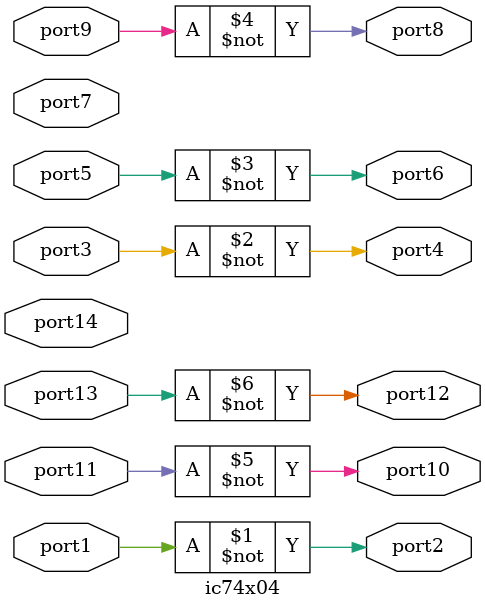
<source format=v>
module ic74x04(
input wire port1,
output wire port2,
input wire port3,
output wire port4,
input wire port5,
output wire port6,
input wire port7,
output wire port8,
input wire port9,
output wire port10,
input wire port11,
output wire port12,
input wire port13,
input wire port14
);

assign port2 = ~port1;
assign port4 = ~port3;
assign port6 = ~port5;
assign port8 = ~port9;
assign port10 = ~port11;
assign port12 = ~port13;

endmodule
</source>
